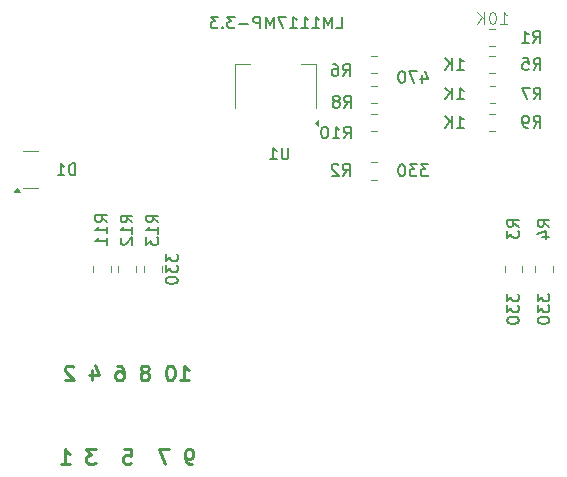
<source format=gbr>
%TF.GenerationSoftware,KiCad,Pcbnew,8.0.4*%
%TF.CreationDate,2024-09-08T16:06:36+02:00*%
%TF.ProjectId,pc1715-esp32vga,70633137-3135-42d6-9573-703332766761,2*%
%TF.SameCoordinates,Original*%
%TF.FileFunction,Legend,Bot*%
%TF.FilePolarity,Positive*%
%FSLAX46Y46*%
G04 Gerber Fmt 4.6, Leading zero omitted, Abs format (unit mm)*
G04 Created by KiCad (PCBNEW 8.0.4) date 2024-09-08 16:06:36*
%MOMM*%
%LPD*%
G01*
G04 APERTURE LIST*
%ADD10C,0.250000*%
%ADD11C,0.150000*%
%ADD12C,0.125000*%
%ADD13C,0.120000*%
G04 APERTURE END LIST*
D10*
X118583146Y-133334023D02*
X119297431Y-133334023D01*
X118940288Y-133334023D02*
X118940288Y-132084023D01*
X118940288Y-132084023D02*
X119059336Y-132262595D01*
X119059336Y-132262595D02*
X119178384Y-132381642D01*
X119178384Y-132381642D02*
X119297431Y-132441166D01*
X117809336Y-132084023D02*
X117690289Y-132084023D01*
X117690289Y-132084023D02*
X117571241Y-132143547D01*
X117571241Y-132143547D02*
X117511717Y-132203071D01*
X117511717Y-132203071D02*
X117452193Y-132322119D01*
X117452193Y-132322119D02*
X117392670Y-132560214D01*
X117392670Y-132560214D02*
X117392670Y-132857833D01*
X117392670Y-132857833D02*
X117452193Y-133095928D01*
X117452193Y-133095928D02*
X117511717Y-133214976D01*
X117511717Y-133214976D02*
X117571241Y-133274500D01*
X117571241Y-133274500D02*
X117690289Y-133334023D01*
X117690289Y-133334023D02*
X117809336Y-133334023D01*
X117809336Y-133334023D02*
X117928384Y-133274500D01*
X117928384Y-133274500D02*
X117987908Y-133214976D01*
X117987908Y-133214976D02*
X118047431Y-133095928D01*
X118047431Y-133095928D02*
X118106955Y-132857833D01*
X118106955Y-132857833D02*
X118106955Y-132560214D01*
X118106955Y-132560214D02*
X118047431Y-132322119D01*
X118047431Y-132322119D02*
X117987908Y-132203071D01*
X117987908Y-132203071D02*
X117928384Y-132143547D01*
X117928384Y-132143547D02*
X117809336Y-132084023D01*
X115726003Y-132619738D02*
X115845051Y-132560214D01*
X115845051Y-132560214D02*
X115904574Y-132500690D01*
X115904574Y-132500690D02*
X115964098Y-132381642D01*
X115964098Y-132381642D02*
X115964098Y-132322119D01*
X115964098Y-132322119D02*
X115904574Y-132203071D01*
X115904574Y-132203071D02*
X115845051Y-132143547D01*
X115845051Y-132143547D02*
X115726003Y-132084023D01*
X115726003Y-132084023D02*
X115487908Y-132084023D01*
X115487908Y-132084023D02*
X115368860Y-132143547D01*
X115368860Y-132143547D02*
X115309336Y-132203071D01*
X115309336Y-132203071D02*
X115249813Y-132322119D01*
X115249813Y-132322119D02*
X115249813Y-132381642D01*
X115249813Y-132381642D02*
X115309336Y-132500690D01*
X115309336Y-132500690D02*
X115368860Y-132560214D01*
X115368860Y-132560214D02*
X115487908Y-132619738D01*
X115487908Y-132619738D02*
X115726003Y-132619738D01*
X115726003Y-132619738D02*
X115845051Y-132679261D01*
X115845051Y-132679261D02*
X115904574Y-132738785D01*
X115904574Y-132738785D02*
X115964098Y-132857833D01*
X115964098Y-132857833D02*
X115964098Y-133095928D01*
X115964098Y-133095928D02*
X115904574Y-133214976D01*
X115904574Y-133214976D02*
X115845051Y-133274500D01*
X115845051Y-133274500D02*
X115726003Y-133334023D01*
X115726003Y-133334023D02*
X115487908Y-133334023D01*
X115487908Y-133334023D02*
X115368860Y-133274500D01*
X115368860Y-133274500D02*
X115309336Y-133214976D01*
X115309336Y-133214976D02*
X115249813Y-133095928D01*
X115249813Y-133095928D02*
X115249813Y-132857833D01*
X115249813Y-132857833D02*
X115309336Y-132738785D01*
X115309336Y-132738785D02*
X115368860Y-132679261D01*
X115368860Y-132679261D02*
X115487908Y-132619738D01*
X113226003Y-132084023D02*
X113464098Y-132084023D01*
X113464098Y-132084023D02*
X113583146Y-132143547D01*
X113583146Y-132143547D02*
X113642670Y-132203071D01*
X113642670Y-132203071D02*
X113761717Y-132381642D01*
X113761717Y-132381642D02*
X113821241Y-132619738D01*
X113821241Y-132619738D02*
X113821241Y-133095928D01*
X113821241Y-133095928D02*
X113761717Y-133214976D01*
X113761717Y-133214976D02*
X113702194Y-133274500D01*
X113702194Y-133274500D02*
X113583146Y-133334023D01*
X113583146Y-133334023D02*
X113345051Y-133334023D01*
X113345051Y-133334023D02*
X113226003Y-133274500D01*
X113226003Y-133274500D02*
X113166479Y-133214976D01*
X113166479Y-133214976D02*
X113106956Y-133095928D01*
X113106956Y-133095928D02*
X113106956Y-132798309D01*
X113106956Y-132798309D02*
X113166479Y-132679261D01*
X113166479Y-132679261D02*
X113226003Y-132619738D01*
X113226003Y-132619738D02*
X113345051Y-132560214D01*
X113345051Y-132560214D02*
X113583146Y-132560214D01*
X113583146Y-132560214D02*
X113702194Y-132619738D01*
X113702194Y-132619738D02*
X113761717Y-132679261D01*
X113761717Y-132679261D02*
X113821241Y-132798309D01*
X111083146Y-132500690D02*
X111083146Y-133334023D01*
X111380765Y-132024500D02*
X111678384Y-132917357D01*
X111678384Y-132917357D02*
X110904575Y-132917357D01*
X109535527Y-132203071D02*
X109476003Y-132143547D01*
X109476003Y-132143547D02*
X109356956Y-132084023D01*
X109356956Y-132084023D02*
X109059337Y-132084023D01*
X109059337Y-132084023D02*
X108940289Y-132143547D01*
X108940289Y-132143547D02*
X108880765Y-132203071D01*
X108880765Y-132203071D02*
X108821242Y-132322119D01*
X108821242Y-132322119D02*
X108821242Y-132441166D01*
X108821242Y-132441166D02*
X108880765Y-132619738D01*
X108880765Y-132619738D02*
X109595051Y-133334023D01*
X109595051Y-133334023D02*
X108821242Y-133334023D01*
X119578384Y-140434023D02*
X119340288Y-140434023D01*
X119340288Y-140434023D02*
X119221241Y-140374500D01*
X119221241Y-140374500D02*
X119161717Y-140314976D01*
X119161717Y-140314976D02*
X119042669Y-140136404D01*
X119042669Y-140136404D02*
X118983146Y-139898309D01*
X118983146Y-139898309D02*
X118983146Y-139422119D01*
X118983146Y-139422119D02*
X119042669Y-139303071D01*
X119042669Y-139303071D02*
X119102193Y-139243547D01*
X119102193Y-139243547D02*
X119221241Y-139184023D01*
X119221241Y-139184023D02*
X119459336Y-139184023D01*
X119459336Y-139184023D02*
X119578384Y-139243547D01*
X119578384Y-139243547D02*
X119637907Y-139303071D01*
X119637907Y-139303071D02*
X119697431Y-139422119D01*
X119697431Y-139422119D02*
X119697431Y-139719738D01*
X119697431Y-139719738D02*
X119637907Y-139838785D01*
X119637907Y-139838785D02*
X119578384Y-139898309D01*
X119578384Y-139898309D02*
X119459336Y-139957833D01*
X119459336Y-139957833D02*
X119221241Y-139957833D01*
X119221241Y-139957833D02*
X119102193Y-139898309D01*
X119102193Y-139898309D02*
X119042669Y-139838785D01*
X119042669Y-139838785D02*
X118983146Y-139719738D01*
X117614098Y-139184023D02*
X116780765Y-139184023D01*
X116780765Y-139184023D02*
X117316479Y-140434023D01*
X113804574Y-139184023D02*
X114399812Y-139184023D01*
X114399812Y-139184023D02*
X114459336Y-139779261D01*
X114459336Y-139779261D02*
X114399812Y-139719738D01*
X114399812Y-139719738D02*
X114280765Y-139660214D01*
X114280765Y-139660214D02*
X113983146Y-139660214D01*
X113983146Y-139660214D02*
X113864098Y-139719738D01*
X113864098Y-139719738D02*
X113804574Y-139779261D01*
X113804574Y-139779261D02*
X113745051Y-139898309D01*
X113745051Y-139898309D02*
X113745051Y-140195928D01*
X113745051Y-140195928D02*
X113804574Y-140314976D01*
X113804574Y-140314976D02*
X113864098Y-140374500D01*
X113864098Y-140374500D02*
X113983146Y-140434023D01*
X113983146Y-140434023D02*
X114280765Y-140434023D01*
X114280765Y-140434023D02*
X114399812Y-140374500D01*
X114399812Y-140374500D02*
X114459336Y-140314976D01*
X111423622Y-139184023D02*
X110649813Y-139184023D01*
X110649813Y-139184023D02*
X111066479Y-139660214D01*
X111066479Y-139660214D02*
X110887908Y-139660214D01*
X110887908Y-139660214D02*
X110768860Y-139719738D01*
X110768860Y-139719738D02*
X110709336Y-139779261D01*
X110709336Y-139779261D02*
X110649813Y-139898309D01*
X110649813Y-139898309D02*
X110649813Y-140195928D01*
X110649813Y-140195928D02*
X110709336Y-140314976D01*
X110709336Y-140314976D02*
X110768860Y-140374500D01*
X110768860Y-140374500D02*
X110887908Y-140434023D01*
X110887908Y-140434023D02*
X111245051Y-140434023D01*
X111245051Y-140434023D02*
X111364098Y-140374500D01*
X111364098Y-140374500D02*
X111423622Y-140314976D01*
X108506956Y-140434023D02*
X109221241Y-140434023D01*
X108864098Y-140434023D02*
X108864098Y-139184023D01*
X108864098Y-139184023D02*
X108983146Y-139362595D01*
X108983146Y-139362595D02*
X109102194Y-139481642D01*
X109102194Y-139481642D02*
X109221241Y-139541166D01*
D11*
X132466666Y-110254819D02*
X132799999Y-109778628D01*
X133038094Y-110254819D02*
X133038094Y-109254819D01*
X133038094Y-109254819D02*
X132657142Y-109254819D01*
X132657142Y-109254819D02*
X132561904Y-109302438D01*
X132561904Y-109302438D02*
X132514285Y-109350057D01*
X132514285Y-109350057D02*
X132466666Y-109445295D01*
X132466666Y-109445295D02*
X132466666Y-109588152D01*
X132466666Y-109588152D02*
X132514285Y-109683390D01*
X132514285Y-109683390D02*
X132561904Y-109731009D01*
X132561904Y-109731009D02*
X132657142Y-109778628D01*
X132657142Y-109778628D02*
X133038094Y-109778628D01*
X131895237Y-109683390D02*
X131990475Y-109635771D01*
X131990475Y-109635771D02*
X132038094Y-109588152D01*
X132038094Y-109588152D02*
X132085713Y-109492914D01*
X132085713Y-109492914D02*
X132085713Y-109445295D01*
X132085713Y-109445295D02*
X132038094Y-109350057D01*
X132038094Y-109350057D02*
X131990475Y-109302438D01*
X131990475Y-109302438D02*
X131895237Y-109254819D01*
X131895237Y-109254819D02*
X131704761Y-109254819D01*
X131704761Y-109254819D02*
X131609523Y-109302438D01*
X131609523Y-109302438D02*
X131561904Y-109350057D01*
X131561904Y-109350057D02*
X131514285Y-109445295D01*
X131514285Y-109445295D02*
X131514285Y-109492914D01*
X131514285Y-109492914D02*
X131561904Y-109588152D01*
X131561904Y-109588152D02*
X131609523Y-109635771D01*
X131609523Y-109635771D02*
X131704761Y-109683390D01*
X131704761Y-109683390D02*
X131895237Y-109683390D01*
X131895237Y-109683390D02*
X131990475Y-109731009D01*
X131990475Y-109731009D02*
X132038094Y-109778628D01*
X132038094Y-109778628D02*
X132085713Y-109873866D01*
X132085713Y-109873866D02*
X132085713Y-110064342D01*
X132085713Y-110064342D02*
X132038094Y-110159580D01*
X132038094Y-110159580D02*
X131990475Y-110207200D01*
X131990475Y-110207200D02*
X131895237Y-110254819D01*
X131895237Y-110254819D02*
X131704761Y-110254819D01*
X131704761Y-110254819D02*
X131609523Y-110207200D01*
X131609523Y-110207200D02*
X131561904Y-110159580D01*
X131561904Y-110159580D02*
X131514285Y-110064342D01*
X131514285Y-110064342D02*
X131514285Y-109873866D01*
X131514285Y-109873866D02*
X131561904Y-109778628D01*
X131561904Y-109778628D02*
X131609523Y-109731009D01*
X131609523Y-109731009D02*
X131704761Y-109683390D01*
X132366666Y-107554819D02*
X132699999Y-107078628D01*
X132938094Y-107554819D02*
X132938094Y-106554819D01*
X132938094Y-106554819D02*
X132557142Y-106554819D01*
X132557142Y-106554819D02*
X132461904Y-106602438D01*
X132461904Y-106602438D02*
X132414285Y-106650057D01*
X132414285Y-106650057D02*
X132366666Y-106745295D01*
X132366666Y-106745295D02*
X132366666Y-106888152D01*
X132366666Y-106888152D02*
X132414285Y-106983390D01*
X132414285Y-106983390D02*
X132461904Y-107031009D01*
X132461904Y-107031009D02*
X132557142Y-107078628D01*
X132557142Y-107078628D02*
X132938094Y-107078628D01*
X131509523Y-106554819D02*
X131699999Y-106554819D01*
X131699999Y-106554819D02*
X131795237Y-106602438D01*
X131795237Y-106602438D02*
X131842856Y-106650057D01*
X131842856Y-106650057D02*
X131938094Y-106792914D01*
X131938094Y-106792914D02*
X131985713Y-106983390D01*
X131985713Y-106983390D02*
X131985713Y-107364342D01*
X131985713Y-107364342D02*
X131938094Y-107459580D01*
X131938094Y-107459580D02*
X131890475Y-107507200D01*
X131890475Y-107507200D02*
X131795237Y-107554819D01*
X131795237Y-107554819D02*
X131604761Y-107554819D01*
X131604761Y-107554819D02*
X131509523Y-107507200D01*
X131509523Y-107507200D02*
X131461904Y-107459580D01*
X131461904Y-107459580D02*
X131414285Y-107364342D01*
X131414285Y-107364342D02*
X131414285Y-107126247D01*
X131414285Y-107126247D02*
X131461904Y-107031009D01*
X131461904Y-107031009D02*
X131509523Y-106983390D01*
X131509523Y-106983390D02*
X131604761Y-106935771D01*
X131604761Y-106935771D02*
X131795237Y-106935771D01*
X131795237Y-106935771D02*
X131890475Y-106983390D01*
X131890475Y-106983390D02*
X131938094Y-107031009D01*
X131938094Y-107031009D02*
X131985713Y-107126247D01*
X148466666Y-104754819D02*
X148799999Y-104278628D01*
X149038094Y-104754819D02*
X149038094Y-103754819D01*
X149038094Y-103754819D02*
X148657142Y-103754819D01*
X148657142Y-103754819D02*
X148561904Y-103802438D01*
X148561904Y-103802438D02*
X148514285Y-103850057D01*
X148514285Y-103850057D02*
X148466666Y-103945295D01*
X148466666Y-103945295D02*
X148466666Y-104088152D01*
X148466666Y-104088152D02*
X148514285Y-104183390D01*
X148514285Y-104183390D02*
X148561904Y-104231009D01*
X148561904Y-104231009D02*
X148657142Y-104278628D01*
X148657142Y-104278628D02*
X149038094Y-104278628D01*
X147514285Y-104754819D02*
X148085713Y-104754819D01*
X147799999Y-104754819D02*
X147799999Y-103754819D01*
X147799999Y-103754819D02*
X147895237Y-103897676D01*
X147895237Y-103897676D02*
X147990475Y-103992914D01*
X147990475Y-103992914D02*
X148085713Y-104040533D01*
D12*
X145690476Y-103156119D02*
X146261904Y-103156119D01*
X145976190Y-103156119D02*
X145976190Y-102156119D01*
X145976190Y-102156119D02*
X146071428Y-102298976D01*
X146071428Y-102298976D02*
X146166666Y-102394214D01*
X146166666Y-102394214D02*
X146261904Y-102441833D01*
X145071428Y-102156119D02*
X144976190Y-102156119D01*
X144976190Y-102156119D02*
X144880952Y-102203738D01*
X144880952Y-102203738D02*
X144833333Y-102251357D01*
X144833333Y-102251357D02*
X144785714Y-102346595D01*
X144785714Y-102346595D02*
X144738095Y-102537071D01*
X144738095Y-102537071D02*
X144738095Y-102775166D01*
X144738095Y-102775166D02*
X144785714Y-102965642D01*
X144785714Y-102965642D02*
X144833333Y-103060880D01*
X144833333Y-103060880D02*
X144880952Y-103108500D01*
X144880952Y-103108500D02*
X144976190Y-103156119D01*
X144976190Y-103156119D02*
X145071428Y-103156119D01*
X145071428Y-103156119D02*
X145166666Y-103108500D01*
X145166666Y-103108500D02*
X145214285Y-103060880D01*
X145214285Y-103060880D02*
X145261904Y-102965642D01*
X145261904Y-102965642D02*
X145309523Y-102775166D01*
X145309523Y-102775166D02*
X145309523Y-102537071D01*
X145309523Y-102537071D02*
X145261904Y-102346595D01*
X145261904Y-102346595D02*
X145214285Y-102251357D01*
X145214285Y-102251357D02*
X145166666Y-102203738D01*
X145166666Y-102203738D02*
X145071428Y-102156119D01*
X144309523Y-103156119D02*
X144309523Y-102156119D01*
X143738095Y-103156119D02*
X144166666Y-102584690D01*
X143738095Y-102156119D02*
X144309523Y-102727547D01*
D11*
X148506666Y-111944819D02*
X148839999Y-111468628D01*
X149078094Y-111944819D02*
X149078094Y-110944819D01*
X149078094Y-110944819D02*
X148697142Y-110944819D01*
X148697142Y-110944819D02*
X148601904Y-110992438D01*
X148601904Y-110992438D02*
X148554285Y-111040057D01*
X148554285Y-111040057D02*
X148506666Y-111135295D01*
X148506666Y-111135295D02*
X148506666Y-111278152D01*
X148506666Y-111278152D02*
X148554285Y-111373390D01*
X148554285Y-111373390D02*
X148601904Y-111421009D01*
X148601904Y-111421009D02*
X148697142Y-111468628D01*
X148697142Y-111468628D02*
X149078094Y-111468628D01*
X148030475Y-111944819D02*
X147839999Y-111944819D01*
X147839999Y-111944819D02*
X147744761Y-111897200D01*
X147744761Y-111897200D02*
X147697142Y-111849580D01*
X147697142Y-111849580D02*
X147601904Y-111706723D01*
X147601904Y-111706723D02*
X147554285Y-111516247D01*
X147554285Y-111516247D02*
X147554285Y-111135295D01*
X147554285Y-111135295D02*
X147601904Y-111040057D01*
X147601904Y-111040057D02*
X147649523Y-110992438D01*
X147649523Y-110992438D02*
X147744761Y-110944819D01*
X147744761Y-110944819D02*
X147935237Y-110944819D01*
X147935237Y-110944819D02*
X148030475Y-110992438D01*
X148030475Y-110992438D02*
X148078094Y-111040057D01*
X148078094Y-111040057D02*
X148125713Y-111135295D01*
X148125713Y-111135295D02*
X148125713Y-111373390D01*
X148125713Y-111373390D02*
X148078094Y-111468628D01*
X148078094Y-111468628D02*
X148030475Y-111516247D01*
X148030475Y-111516247D02*
X147935237Y-111563866D01*
X147935237Y-111563866D02*
X147744761Y-111563866D01*
X147744761Y-111563866D02*
X147649523Y-111516247D01*
X147649523Y-111516247D02*
X147601904Y-111468628D01*
X147601904Y-111468628D02*
X147554285Y-111373390D01*
X142014285Y-111954819D02*
X142585713Y-111954819D01*
X142299999Y-111954819D02*
X142299999Y-110954819D01*
X142299999Y-110954819D02*
X142395237Y-111097676D01*
X142395237Y-111097676D02*
X142490475Y-111192914D01*
X142490475Y-111192914D02*
X142585713Y-111240533D01*
X141585713Y-111954819D02*
X141585713Y-110954819D01*
X141014285Y-111954819D02*
X141442856Y-111383390D01*
X141014285Y-110954819D02*
X141585713Y-111526247D01*
X116728819Y-119953142D02*
X116252628Y-119619809D01*
X116728819Y-119381714D02*
X115728819Y-119381714D01*
X115728819Y-119381714D02*
X115728819Y-119762666D01*
X115728819Y-119762666D02*
X115776438Y-119857904D01*
X115776438Y-119857904D02*
X115824057Y-119905523D01*
X115824057Y-119905523D02*
X115919295Y-119953142D01*
X115919295Y-119953142D02*
X116062152Y-119953142D01*
X116062152Y-119953142D02*
X116157390Y-119905523D01*
X116157390Y-119905523D02*
X116205009Y-119857904D01*
X116205009Y-119857904D02*
X116252628Y-119762666D01*
X116252628Y-119762666D02*
X116252628Y-119381714D01*
X116728819Y-120905523D02*
X116728819Y-120334095D01*
X116728819Y-120619809D02*
X115728819Y-120619809D01*
X115728819Y-120619809D02*
X115871676Y-120524571D01*
X115871676Y-120524571D02*
X115966914Y-120429333D01*
X115966914Y-120429333D02*
X116014533Y-120334095D01*
X115728819Y-121238857D02*
X115728819Y-121857904D01*
X115728819Y-121857904D02*
X116109771Y-121524571D01*
X116109771Y-121524571D02*
X116109771Y-121667428D01*
X116109771Y-121667428D02*
X116157390Y-121762666D01*
X116157390Y-121762666D02*
X116205009Y-121810285D01*
X116205009Y-121810285D02*
X116300247Y-121857904D01*
X116300247Y-121857904D02*
X116538342Y-121857904D01*
X116538342Y-121857904D02*
X116633580Y-121810285D01*
X116633580Y-121810285D02*
X116681200Y-121762666D01*
X116681200Y-121762666D02*
X116728819Y-121667428D01*
X116728819Y-121667428D02*
X116728819Y-121381714D01*
X116728819Y-121381714D02*
X116681200Y-121286476D01*
X116681200Y-121286476D02*
X116633580Y-121238857D01*
X117378819Y-122628286D02*
X117378819Y-123247333D01*
X117378819Y-123247333D02*
X117759771Y-122914000D01*
X117759771Y-122914000D02*
X117759771Y-123056857D01*
X117759771Y-123056857D02*
X117807390Y-123152095D01*
X117807390Y-123152095D02*
X117855009Y-123199714D01*
X117855009Y-123199714D02*
X117950247Y-123247333D01*
X117950247Y-123247333D02*
X118188342Y-123247333D01*
X118188342Y-123247333D02*
X118283580Y-123199714D01*
X118283580Y-123199714D02*
X118331200Y-123152095D01*
X118331200Y-123152095D02*
X118378819Y-123056857D01*
X118378819Y-123056857D02*
X118378819Y-122771143D01*
X118378819Y-122771143D02*
X118331200Y-122675905D01*
X118331200Y-122675905D02*
X118283580Y-122628286D01*
X117378819Y-123580667D02*
X117378819Y-124199714D01*
X117378819Y-124199714D02*
X117759771Y-123866381D01*
X117759771Y-123866381D02*
X117759771Y-124009238D01*
X117759771Y-124009238D02*
X117807390Y-124104476D01*
X117807390Y-124104476D02*
X117855009Y-124152095D01*
X117855009Y-124152095D02*
X117950247Y-124199714D01*
X117950247Y-124199714D02*
X118188342Y-124199714D01*
X118188342Y-124199714D02*
X118283580Y-124152095D01*
X118283580Y-124152095D02*
X118331200Y-124104476D01*
X118331200Y-124104476D02*
X118378819Y-124009238D01*
X118378819Y-124009238D02*
X118378819Y-123723524D01*
X118378819Y-123723524D02*
X118331200Y-123628286D01*
X118331200Y-123628286D02*
X118283580Y-123580667D01*
X117378819Y-124818762D02*
X117378819Y-124914000D01*
X117378819Y-124914000D02*
X117426438Y-125009238D01*
X117426438Y-125009238D02*
X117474057Y-125056857D01*
X117474057Y-125056857D02*
X117569295Y-125104476D01*
X117569295Y-125104476D02*
X117759771Y-125152095D01*
X117759771Y-125152095D02*
X117997866Y-125152095D01*
X117997866Y-125152095D02*
X118188342Y-125104476D01*
X118188342Y-125104476D02*
X118283580Y-125056857D01*
X118283580Y-125056857D02*
X118331200Y-125009238D01*
X118331200Y-125009238D02*
X118378819Y-124914000D01*
X118378819Y-124914000D02*
X118378819Y-124818762D01*
X118378819Y-124818762D02*
X118331200Y-124723524D01*
X118331200Y-124723524D02*
X118283580Y-124675905D01*
X118283580Y-124675905D02*
X118188342Y-124628286D01*
X118188342Y-124628286D02*
X117997866Y-124580667D01*
X117997866Y-124580667D02*
X117759771Y-124580667D01*
X117759771Y-124580667D02*
X117569295Y-124628286D01*
X117569295Y-124628286D02*
X117474057Y-124675905D01*
X117474057Y-124675905D02*
X117426438Y-124723524D01*
X117426438Y-124723524D02*
X117378819Y-124818762D01*
X127748403Y-113626318D02*
X127748403Y-114435841D01*
X127748403Y-114435841D02*
X127700784Y-114531079D01*
X127700784Y-114531079D02*
X127653165Y-114578699D01*
X127653165Y-114578699D02*
X127557927Y-114626318D01*
X127557927Y-114626318D02*
X127367451Y-114626318D01*
X127367451Y-114626318D02*
X127272213Y-114578699D01*
X127272213Y-114578699D02*
X127224594Y-114531079D01*
X127224594Y-114531079D02*
X127176975Y-114435841D01*
X127176975Y-114435841D02*
X127176975Y-113626318D01*
X126176975Y-114626318D02*
X126748403Y-114626318D01*
X126462689Y-114626318D02*
X126462689Y-113626318D01*
X126462689Y-113626318D02*
X126557927Y-113769175D01*
X126557927Y-113769175D02*
X126653165Y-113864413D01*
X126653165Y-113864413D02*
X126748403Y-113912032D01*
X131780118Y-103546319D02*
X132256308Y-103546319D01*
X132256308Y-103546319D02*
X132256308Y-102546319D01*
X131446784Y-103546319D02*
X131446784Y-102546319D01*
X131446784Y-102546319D02*
X131113451Y-103260604D01*
X131113451Y-103260604D02*
X130780118Y-102546319D01*
X130780118Y-102546319D02*
X130780118Y-103546319D01*
X129780118Y-103546319D02*
X130351546Y-103546319D01*
X130065832Y-103546319D02*
X130065832Y-102546319D01*
X130065832Y-102546319D02*
X130161070Y-102689176D01*
X130161070Y-102689176D02*
X130256308Y-102784414D01*
X130256308Y-102784414D02*
X130351546Y-102832033D01*
X128827737Y-103546319D02*
X129399165Y-103546319D01*
X129113451Y-103546319D02*
X129113451Y-102546319D01*
X129113451Y-102546319D02*
X129208689Y-102689176D01*
X129208689Y-102689176D02*
X129303927Y-102784414D01*
X129303927Y-102784414D02*
X129399165Y-102832033D01*
X127875356Y-103546319D02*
X128446784Y-103546319D01*
X128161070Y-103546319D02*
X128161070Y-102546319D01*
X128161070Y-102546319D02*
X128256308Y-102689176D01*
X128256308Y-102689176D02*
X128351546Y-102784414D01*
X128351546Y-102784414D02*
X128446784Y-102832033D01*
X127542022Y-102546319D02*
X126875356Y-102546319D01*
X126875356Y-102546319D02*
X127303927Y-103546319D01*
X126494403Y-103546319D02*
X126494403Y-102546319D01*
X126494403Y-102546319D02*
X126161070Y-103260604D01*
X126161070Y-103260604D02*
X125827737Y-102546319D01*
X125827737Y-102546319D02*
X125827737Y-103546319D01*
X125351546Y-103546319D02*
X125351546Y-102546319D01*
X125351546Y-102546319D02*
X124970594Y-102546319D01*
X124970594Y-102546319D02*
X124875356Y-102593938D01*
X124875356Y-102593938D02*
X124827737Y-102641557D01*
X124827737Y-102641557D02*
X124780118Y-102736795D01*
X124780118Y-102736795D02*
X124780118Y-102879652D01*
X124780118Y-102879652D02*
X124827737Y-102974890D01*
X124827737Y-102974890D02*
X124875356Y-103022509D01*
X124875356Y-103022509D02*
X124970594Y-103070128D01*
X124970594Y-103070128D02*
X125351546Y-103070128D01*
X124351546Y-103165366D02*
X123589642Y-103165366D01*
X123208689Y-102546319D02*
X122589642Y-102546319D01*
X122589642Y-102546319D02*
X122922975Y-102927271D01*
X122922975Y-102927271D02*
X122780118Y-102927271D01*
X122780118Y-102927271D02*
X122684880Y-102974890D01*
X122684880Y-102974890D02*
X122637261Y-103022509D01*
X122637261Y-103022509D02*
X122589642Y-103117747D01*
X122589642Y-103117747D02*
X122589642Y-103355842D01*
X122589642Y-103355842D02*
X122637261Y-103451080D01*
X122637261Y-103451080D02*
X122684880Y-103498700D01*
X122684880Y-103498700D02*
X122780118Y-103546319D01*
X122780118Y-103546319D02*
X123065832Y-103546319D01*
X123065832Y-103546319D02*
X123161070Y-103498700D01*
X123161070Y-103498700D02*
X123208689Y-103451080D01*
X122161070Y-103451080D02*
X122113451Y-103498700D01*
X122113451Y-103498700D02*
X122161070Y-103546319D01*
X122161070Y-103546319D02*
X122208689Y-103498700D01*
X122208689Y-103498700D02*
X122161070Y-103451080D01*
X122161070Y-103451080D02*
X122161070Y-103546319D01*
X121780118Y-102546319D02*
X121161071Y-102546319D01*
X121161071Y-102546319D02*
X121494404Y-102927271D01*
X121494404Y-102927271D02*
X121351547Y-102927271D01*
X121351547Y-102927271D02*
X121256309Y-102974890D01*
X121256309Y-102974890D02*
X121208690Y-103022509D01*
X121208690Y-103022509D02*
X121161071Y-103117747D01*
X121161071Y-103117747D02*
X121161071Y-103355842D01*
X121161071Y-103355842D02*
X121208690Y-103451080D01*
X121208690Y-103451080D02*
X121256309Y-103498700D01*
X121256309Y-103498700D02*
X121351547Y-103546319D01*
X121351547Y-103546319D02*
X121637261Y-103546319D01*
X121637261Y-103546319D02*
X121732499Y-103498700D01*
X121732499Y-103498700D02*
X121780118Y-103451080D01*
X148516666Y-109554819D02*
X148849999Y-109078628D01*
X149088094Y-109554819D02*
X149088094Y-108554819D01*
X149088094Y-108554819D02*
X148707142Y-108554819D01*
X148707142Y-108554819D02*
X148611904Y-108602438D01*
X148611904Y-108602438D02*
X148564285Y-108650057D01*
X148564285Y-108650057D02*
X148516666Y-108745295D01*
X148516666Y-108745295D02*
X148516666Y-108888152D01*
X148516666Y-108888152D02*
X148564285Y-108983390D01*
X148564285Y-108983390D02*
X148611904Y-109031009D01*
X148611904Y-109031009D02*
X148707142Y-109078628D01*
X148707142Y-109078628D02*
X149088094Y-109078628D01*
X148183332Y-108554819D02*
X147516666Y-108554819D01*
X147516666Y-108554819D02*
X147945237Y-109554819D01*
X142014285Y-109554819D02*
X142585713Y-109554819D01*
X142299999Y-109554819D02*
X142299999Y-108554819D01*
X142299999Y-108554819D02*
X142395237Y-108697676D01*
X142395237Y-108697676D02*
X142490475Y-108792914D01*
X142490475Y-108792914D02*
X142585713Y-108840533D01*
X141585713Y-109554819D02*
X141585713Y-108554819D01*
X141014285Y-109554819D02*
X141442856Y-108983390D01*
X141014285Y-108554819D02*
X141585713Y-109126247D01*
X148506666Y-107044819D02*
X148839999Y-106568628D01*
X149078094Y-107044819D02*
X149078094Y-106044819D01*
X149078094Y-106044819D02*
X148697142Y-106044819D01*
X148697142Y-106044819D02*
X148601904Y-106092438D01*
X148601904Y-106092438D02*
X148554285Y-106140057D01*
X148554285Y-106140057D02*
X148506666Y-106235295D01*
X148506666Y-106235295D02*
X148506666Y-106378152D01*
X148506666Y-106378152D02*
X148554285Y-106473390D01*
X148554285Y-106473390D02*
X148601904Y-106521009D01*
X148601904Y-106521009D02*
X148697142Y-106568628D01*
X148697142Y-106568628D02*
X149078094Y-106568628D01*
X147601904Y-106044819D02*
X148078094Y-106044819D01*
X148078094Y-106044819D02*
X148125713Y-106521009D01*
X148125713Y-106521009D02*
X148078094Y-106473390D01*
X148078094Y-106473390D02*
X147982856Y-106425771D01*
X147982856Y-106425771D02*
X147744761Y-106425771D01*
X147744761Y-106425771D02*
X147649523Y-106473390D01*
X147649523Y-106473390D02*
X147601904Y-106521009D01*
X147601904Y-106521009D02*
X147554285Y-106616247D01*
X147554285Y-106616247D02*
X147554285Y-106854342D01*
X147554285Y-106854342D02*
X147601904Y-106949580D01*
X147601904Y-106949580D02*
X147649523Y-106997200D01*
X147649523Y-106997200D02*
X147744761Y-107044819D01*
X147744761Y-107044819D02*
X147982856Y-107044819D01*
X147982856Y-107044819D02*
X148078094Y-106997200D01*
X148078094Y-106997200D02*
X148125713Y-106949580D01*
X142014285Y-107054819D02*
X142585713Y-107054819D01*
X142299999Y-107054819D02*
X142299999Y-106054819D01*
X142299999Y-106054819D02*
X142395237Y-106197676D01*
X142395237Y-106197676D02*
X142490475Y-106292914D01*
X142490475Y-106292914D02*
X142585713Y-106340533D01*
X141585713Y-107054819D02*
X141585713Y-106054819D01*
X141014285Y-107054819D02*
X141442856Y-106483390D01*
X141014285Y-106054819D02*
X141585713Y-106626247D01*
X114540819Y-119953142D02*
X114064628Y-119619809D01*
X114540819Y-119381714D02*
X113540819Y-119381714D01*
X113540819Y-119381714D02*
X113540819Y-119762666D01*
X113540819Y-119762666D02*
X113588438Y-119857904D01*
X113588438Y-119857904D02*
X113636057Y-119905523D01*
X113636057Y-119905523D02*
X113731295Y-119953142D01*
X113731295Y-119953142D02*
X113874152Y-119953142D01*
X113874152Y-119953142D02*
X113969390Y-119905523D01*
X113969390Y-119905523D02*
X114017009Y-119857904D01*
X114017009Y-119857904D02*
X114064628Y-119762666D01*
X114064628Y-119762666D02*
X114064628Y-119381714D01*
X114540819Y-120905523D02*
X114540819Y-120334095D01*
X114540819Y-120619809D02*
X113540819Y-120619809D01*
X113540819Y-120619809D02*
X113683676Y-120524571D01*
X113683676Y-120524571D02*
X113778914Y-120429333D01*
X113778914Y-120429333D02*
X113826533Y-120334095D01*
X113636057Y-121286476D02*
X113588438Y-121334095D01*
X113588438Y-121334095D02*
X113540819Y-121429333D01*
X113540819Y-121429333D02*
X113540819Y-121667428D01*
X113540819Y-121667428D02*
X113588438Y-121762666D01*
X113588438Y-121762666D02*
X113636057Y-121810285D01*
X113636057Y-121810285D02*
X113731295Y-121857904D01*
X113731295Y-121857904D02*
X113826533Y-121857904D01*
X113826533Y-121857904D02*
X113969390Y-121810285D01*
X113969390Y-121810285D02*
X114540819Y-121238857D01*
X114540819Y-121238857D02*
X114540819Y-121857904D01*
X149854819Y-120333333D02*
X149378628Y-120000000D01*
X149854819Y-119761905D02*
X148854819Y-119761905D01*
X148854819Y-119761905D02*
X148854819Y-120142857D01*
X148854819Y-120142857D02*
X148902438Y-120238095D01*
X148902438Y-120238095D02*
X148950057Y-120285714D01*
X148950057Y-120285714D02*
X149045295Y-120333333D01*
X149045295Y-120333333D02*
X149188152Y-120333333D01*
X149188152Y-120333333D02*
X149283390Y-120285714D01*
X149283390Y-120285714D02*
X149331009Y-120238095D01*
X149331009Y-120238095D02*
X149378628Y-120142857D01*
X149378628Y-120142857D02*
X149378628Y-119761905D01*
X149188152Y-121190476D02*
X149854819Y-121190476D01*
X148807200Y-120952381D02*
X149521485Y-120714286D01*
X149521485Y-120714286D02*
X149521485Y-121333333D01*
X148854819Y-126014286D02*
X148854819Y-126633333D01*
X148854819Y-126633333D02*
X149235771Y-126300000D01*
X149235771Y-126300000D02*
X149235771Y-126442857D01*
X149235771Y-126442857D02*
X149283390Y-126538095D01*
X149283390Y-126538095D02*
X149331009Y-126585714D01*
X149331009Y-126585714D02*
X149426247Y-126633333D01*
X149426247Y-126633333D02*
X149664342Y-126633333D01*
X149664342Y-126633333D02*
X149759580Y-126585714D01*
X149759580Y-126585714D02*
X149807200Y-126538095D01*
X149807200Y-126538095D02*
X149854819Y-126442857D01*
X149854819Y-126442857D02*
X149854819Y-126157143D01*
X149854819Y-126157143D02*
X149807200Y-126061905D01*
X149807200Y-126061905D02*
X149759580Y-126014286D01*
X148854819Y-126966667D02*
X148854819Y-127585714D01*
X148854819Y-127585714D02*
X149235771Y-127252381D01*
X149235771Y-127252381D02*
X149235771Y-127395238D01*
X149235771Y-127395238D02*
X149283390Y-127490476D01*
X149283390Y-127490476D02*
X149331009Y-127538095D01*
X149331009Y-127538095D02*
X149426247Y-127585714D01*
X149426247Y-127585714D02*
X149664342Y-127585714D01*
X149664342Y-127585714D02*
X149759580Y-127538095D01*
X149759580Y-127538095D02*
X149807200Y-127490476D01*
X149807200Y-127490476D02*
X149854819Y-127395238D01*
X149854819Y-127395238D02*
X149854819Y-127109524D01*
X149854819Y-127109524D02*
X149807200Y-127014286D01*
X149807200Y-127014286D02*
X149759580Y-126966667D01*
X148854819Y-128204762D02*
X148854819Y-128300000D01*
X148854819Y-128300000D02*
X148902438Y-128395238D01*
X148902438Y-128395238D02*
X148950057Y-128442857D01*
X148950057Y-128442857D02*
X149045295Y-128490476D01*
X149045295Y-128490476D02*
X149235771Y-128538095D01*
X149235771Y-128538095D02*
X149473866Y-128538095D01*
X149473866Y-128538095D02*
X149664342Y-128490476D01*
X149664342Y-128490476D02*
X149759580Y-128442857D01*
X149759580Y-128442857D02*
X149807200Y-128395238D01*
X149807200Y-128395238D02*
X149854819Y-128300000D01*
X149854819Y-128300000D02*
X149854819Y-128204762D01*
X149854819Y-128204762D02*
X149807200Y-128109524D01*
X149807200Y-128109524D02*
X149759580Y-128061905D01*
X149759580Y-128061905D02*
X149664342Y-128014286D01*
X149664342Y-128014286D02*
X149473866Y-127966667D01*
X149473866Y-127966667D02*
X149235771Y-127966667D01*
X149235771Y-127966667D02*
X149045295Y-128014286D01*
X149045295Y-128014286D02*
X148950057Y-128061905D01*
X148950057Y-128061905D02*
X148902438Y-128109524D01*
X148902438Y-128109524D02*
X148854819Y-128204762D01*
X147254819Y-120333333D02*
X146778628Y-120000000D01*
X147254819Y-119761905D02*
X146254819Y-119761905D01*
X146254819Y-119761905D02*
X146254819Y-120142857D01*
X146254819Y-120142857D02*
X146302438Y-120238095D01*
X146302438Y-120238095D02*
X146350057Y-120285714D01*
X146350057Y-120285714D02*
X146445295Y-120333333D01*
X146445295Y-120333333D02*
X146588152Y-120333333D01*
X146588152Y-120333333D02*
X146683390Y-120285714D01*
X146683390Y-120285714D02*
X146731009Y-120238095D01*
X146731009Y-120238095D02*
X146778628Y-120142857D01*
X146778628Y-120142857D02*
X146778628Y-119761905D01*
X146254819Y-120666667D02*
X146254819Y-121285714D01*
X146254819Y-121285714D02*
X146635771Y-120952381D01*
X146635771Y-120952381D02*
X146635771Y-121095238D01*
X146635771Y-121095238D02*
X146683390Y-121190476D01*
X146683390Y-121190476D02*
X146731009Y-121238095D01*
X146731009Y-121238095D02*
X146826247Y-121285714D01*
X146826247Y-121285714D02*
X147064342Y-121285714D01*
X147064342Y-121285714D02*
X147159580Y-121238095D01*
X147159580Y-121238095D02*
X147207200Y-121190476D01*
X147207200Y-121190476D02*
X147254819Y-121095238D01*
X147254819Y-121095238D02*
X147254819Y-120809524D01*
X147254819Y-120809524D02*
X147207200Y-120714286D01*
X147207200Y-120714286D02*
X147159580Y-120666667D01*
X146254819Y-126014286D02*
X146254819Y-126633333D01*
X146254819Y-126633333D02*
X146635771Y-126300000D01*
X146635771Y-126300000D02*
X146635771Y-126442857D01*
X146635771Y-126442857D02*
X146683390Y-126538095D01*
X146683390Y-126538095D02*
X146731009Y-126585714D01*
X146731009Y-126585714D02*
X146826247Y-126633333D01*
X146826247Y-126633333D02*
X147064342Y-126633333D01*
X147064342Y-126633333D02*
X147159580Y-126585714D01*
X147159580Y-126585714D02*
X147207200Y-126538095D01*
X147207200Y-126538095D02*
X147254819Y-126442857D01*
X147254819Y-126442857D02*
X147254819Y-126157143D01*
X147254819Y-126157143D02*
X147207200Y-126061905D01*
X147207200Y-126061905D02*
X147159580Y-126014286D01*
X146254819Y-126966667D02*
X146254819Y-127585714D01*
X146254819Y-127585714D02*
X146635771Y-127252381D01*
X146635771Y-127252381D02*
X146635771Y-127395238D01*
X146635771Y-127395238D02*
X146683390Y-127490476D01*
X146683390Y-127490476D02*
X146731009Y-127538095D01*
X146731009Y-127538095D02*
X146826247Y-127585714D01*
X146826247Y-127585714D02*
X147064342Y-127585714D01*
X147064342Y-127585714D02*
X147159580Y-127538095D01*
X147159580Y-127538095D02*
X147207200Y-127490476D01*
X147207200Y-127490476D02*
X147254819Y-127395238D01*
X147254819Y-127395238D02*
X147254819Y-127109524D01*
X147254819Y-127109524D02*
X147207200Y-127014286D01*
X147207200Y-127014286D02*
X147159580Y-126966667D01*
X146254819Y-128204762D02*
X146254819Y-128300000D01*
X146254819Y-128300000D02*
X146302438Y-128395238D01*
X146302438Y-128395238D02*
X146350057Y-128442857D01*
X146350057Y-128442857D02*
X146445295Y-128490476D01*
X146445295Y-128490476D02*
X146635771Y-128538095D01*
X146635771Y-128538095D02*
X146873866Y-128538095D01*
X146873866Y-128538095D02*
X147064342Y-128490476D01*
X147064342Y-128490476D02*
X147159580Y-128442857D01*
X147159580Y-128442857D02*
X147207200Y-128395238D01*
X147207200Y-128395238D02*
X147254819Y-128300000D01*
X147254819Y-128300000D02*
X147254819Y-128204762D01*
X147254819Y-128204762D02*
X147207200Y-128109524D01*
X147207200Y-128109524D02*
X147159580Y-128061905D01*
X147159580Y-128061905D02*
X147064342Y-128014286D01*
X147064342Y-128014286D02*
X146873866Y-127966667D01*
X146873866Y-127966667D02*
X146635771Y-127966667D01*
X146635771Y-127966667D02*
X146445295Y-128014286D01*
X146445295Y-128014286D02*
X146350057Y-128061905D01*
X146350057Y-128061905D02*
X146302438Y-128109524D01*
X146302438Y-128109524D02*
X146254819Y-128204762D01*
X132442857Y-112854819D02*
X132776190Y-112378628D01*
X133014285Y-112854819D02*
X133014285Y-111854819D01*
X133014285Y-111854819D02*
X132633333Y-111854819D01*
X132633333Y-111854819D02*
X132538095Y-111902438D01*
X132538095Y-111902438D02*
X132490476Y-111950057D01*
X132490476Y-111950057D02*
X132442857Y-112045295D01*
X132442857Y-112045295D02*
X132442857Y-112188152D01*
X132442857Y-112188152D02*
X132490476Y-112283390D01*
X132490476Y-112283390D02*
X132538095Y-112331009D01*
X132538095Y-112331009D02*
X132633333Y-112378628D01*
X132633333Y-112378628D02*
X133014285Y-112378628D01*
X131490476Y-112854819D02*
X132061904Y-112854819D01*
X131776190Y-112854819D02*
X131776190Y-111854819D01*
X131776190Y-111854819D02*
X131871428Y-111997676D01*
X131871428Y-111997676D02*
X131966666Y-112092914D01*
X131966666Y-112092914D02*
X132061904Y-112140533D01*
X130871428Y-111854819D02*
X130776190Y-111854819D01*
X130776190Y-111854819D02*
X130680952Y-111902438D01*
X130680952Y-111902438D02*
X130633333Y-111950057D01*
X130633333Y-111950057D02*
X130585714Y-112045295D01*
X130585714Y-112045295D02*
X130538095Y-112235771D01*
X130538095Y-112235771D02*
X130538095Y-112473866D01*
X130538095Y-112473866D02*
X130585714Y-112664342D01*
X130585714Y-112664342D02*
X130633333Y-112759580D01*
X130633333Y-112759580D02*
X130680952Y-112807200D01*
X130680952Y-112807200D02*
X130776190Y-112854819D01*
X130776190Y-112854819D02*
X130871428Y-112854819D01*
X130871428Y-112854819D02*
X130966666Y-112807200D01*
X130966666Y-112807200D02*
X131014285Y-112759580D01*
X131014285Y-112759580D02*
X131061904Y-112664342D01*
X131061904Y-112664342D02*
X131109523Y-112473866D01*
X131109523Y-112473866D02*
X131109523Y-112235771D01*
X131109523Y-112235771D02*
X131061904Y-112045295D01*
X131061904Y-112045295D02*
X131014285Y-111950057D01*
X131014285Y-111950057D02*
X130966666Y-111902438D01*
X130966666Y-111902438D02*
X130871428Y-111854819D01*
X139061904Y-107488152D02*
X139061904Y-108154819D01*
X139299999Y-107107200D02*
X139538094Y-107821485D01*
X139538094Y-107821485D02*
X138919047Y-107821485D01*
X138633332Y-107154819D02*
X137966666Y-107154819D01*
X137966666Y-107154819D02*
X138395237Y-108154819D01*
X137395237Y-107154819D02*
X137299999Y-107154819D01*
X137299999Y-107154819D02*
X137204761Y-107202438D01*
X137204761Y-107202438D02*
X137157142Y-107250057D01*
X137157142Y-107250057D02*
X137109523Y-107345295D01*
X137109523Y-107345295D02*
X137061904Y-107535771D01*
X137061904Y-107535771D02*
X137061904Y-107773866D01*
X137061904Y-107773866D02*
X137109523Y-107964342D01*
X137109523Y-107964342D02*
X137157142Y-108059580D01*
X137157142Y-108059580D02*
X137204761Y-108107200D01*
X137204761Y-108107200D02*
X137299999Y-108154819D01*
X137299999Y-108154819D02*
X137395237Y-108154819D01*
X137395237Y-108154819D02*
X137490475Y-108107200D01*
X137490475Y-108107200D02*
X137538094Y-108059580D01*
X137538094Y-108059580D02*
X137585713Y-107964342D01*
X137585713Y-107964342D02*
X137633332Y-107773866D01*
X137633332Y-107773866D02*
X137633332Y-107535771D01*
X137633332Y-107535771D02*
X137585713Y-107345295D01*
X137585713Y-107345295D02*
X137538094Y-107250057D01*
X137538094Y-107250057D02*
X137490475Y-107202438D01*
X137490475Y-107202438D02*
X137395237Y-107154819D01*
X109724594Y-115970819D02*
X109724594Y-114970819D01*
X109724594Y-114970819D02*
X109486499Y-114970819D01*
X109486499Y-114970819D02*
X109343642Y-115018438D01*
X109343642Y-115018438D02*
X109248404Y-115113676D01*
X109248404Y-115113676D02*
X109200785Y-115208914D01*
X109200785Y-115208914D02*
X109153166Y-115399390D01*
X109153166Y-115399390D02*
X109153166Y-115542247D01*
X109153166Y-115542247D02*
X109200785Y-115732723D01*
X109200785Y-115732723D02*
X109248404Y-115827961D01*
X109248404Y-115827961D02*
X109343642Y-115923200D01*
X109343642Y-115923200D02*
X109486499Y-115970819D01*
X109486499Y-115970819D02*
X109724594Y-115970819D01*
X108200785Y-115970819D02*
X108772213Y-115970819D01*
X108486499Y-115970819D02*
X108486499Y-114970819D01*
X108486499Y-114970819D02*
X108581737Y-115113676D01*
X108581737Y-115113676D02*
X108676975Y-115208914D01*
X108676975Y-115208914D02*
X108772213Y-115256533D01*
X132366666Y-116014819D02*
X132699999Y-115538628D01*
X132938094Y-116014819D02*
X132938094Y-115014819D01*
X132938094Y-115014819D02*
X132557142Y-115014819D01*
X132557142Y-115014819D02*
X132461904Y-115062438D01*
X132461904Y-115062438D02*
X132414285Y-115110057D01*
X132414285Y-115110057D02*
X132366666Y-115205295D01*
X132366666Y-115205295D02*
X132366666Y-115348152D01*
X132366666Y-115348152D02*
X132414285Y-115443390D01*
X132414285Y-115443390D02*
X132461904Y-115491009D01*
X132461904Y-115491009D02*
X132557142Y-115538628D01*
X132557142Y-115538628D02*
X132938094Y-115538628D01*
X131985713Y-115110057D02*
X131938094Y-115062438D01*
X131938094Y-115062438D02*
X131842856Y-115014819D01*
X131842856Y-115014819D02*
X131604761Y-115014819D01*
X131604761Y-115014819D02*
X131509523Y-115062438D01*
X131509523Y-115062438D02*
X131461904Y-115110057D01*
X131461904Y-115110057D02*
X131414285Y-115205295D01*
X131414285Y-115205295D02*
X131414285Y-115300533D01*
X131414285Y-115300533D02*
X131461904Y-115443390D01*
X131461904Y-115443390D02*
X132033332Y-116014819D01*
X132033332Y-116014819D02*
X131414285Y-116014819D01*
X139585713Y-115054819D02*
X138966666Y-115054819D01*
X138966666Y-115054819D02*
X139299999Y-115435771D01*
X139299999Y-115435771D02*
X139157142Y-115435771D01*
X139157142Y-115435771D02*
X139061904Y-115483390D01*
X139061904Y-115483390D02*
X139014285Y-115531009D01*
X139014285Y-115531009D02*
X138966666Y-115626247D01*
X138966666Y-115626247D02*
X138966666Y-115864342D01*
X138966666Y-115864342D02*
X139014285Y-115959580D01*
X139014285Y-115959580D02*
X139061904Y-116007200D01*
X139061904Y-116007200D02*
X139157142Y-116054819D01*
X139157142Y-116054819D02*
X139442856Y-116054819D01*
X139442856Y-116054819D02*
X139538094Y-116007200D01*
X139538094Y-116007200D02*
X139585713Y-115959580D01*
X138633332Y-115054819D02*
X138014285Y-115054819D01*
X138014285Y-115054819D02*
X138347618Y-115435771D01*
X138347618Y-115435771D02*
X138204761Y-115435771D01*
X138204761Y-115435771D02*
X138109523Y-115483390D01*
X138109523Y-115483390D02*
X138061904Y-115531009D01*
X138061904Y-115531009D02*
X138014285Y-115626247D01*
X138014285Y-115626247D02*
X138014285Y-115864342D01*
X138014285Y-115864342D02*
X138061904Y-115959580D01*
X138061904Y-115959580D02*
X138109523Y-116007200D01*
X138109523Y-116007200D02*
X138204761Y-116054819D01*
X138204761Y-116054819D02*
X138490475Y-116054819D01*
X138490475Y-116054819D02*
X138585713Y-116007200D01*
X138585713Y-116007200D02*
X138633332Y-115959580D01*
X137395237Y-115054819D02*
X137299999Y-115054819D01*
X137299999Y-115054819D02*
X137204761Y-115102438D01*
X137204761Y-115102438D02*
X137157142Y-115150057D01*
X137157142Y-115150057D02*
X137109523Y-115245295D01*
X137109523Y-115245295D02*
X137061904Y-115435771D01*
X137061904Y-115435771D02*
X137061904Y-115673866D01*
X137061904Y-115673866D02*
X137109523Y-115864342D01*
X137109523Y-115864342D02*
X137157142Y-115959580D01*
X137157142Y-115959580D02*
X137204761Y-116007200D01*
X137204761Y-116007200D02*
X137299999Y-116054819D01*
X137299999Y-116054819D02*
X137395237Y-116054819D01*
X137395237Y-116054819D02*
X137490475Y-116007200D01*
X137490475Y-116007200D02*
X137538094Y-115959580D01*
X137538094Y-115959580D02*
X137585713Y-115864342D01*
X137585713Y-115864342D02*
X137633332Y-115673866D01*
X137633332Y-115673866D02*
X137633332Y-115435771D01*
X137633332Y-115435771D02*
X137585713Y-115245295D01*
X137585713Y-115245295D02*
X137538094Y-115150057D01*
X137538094Y-115150057D02*
X137490475Y-115102438D01*
X137490475Y-115102438D02*
X137395237Y-115054819D01*
X112410819Y-119937142D02*
X111934628Y-119603809D01*
X112410819Y-119365714D02*
X111410819Y-119365714D01*
X111410819Y-119365714D02*
X111410819Y-119746666D01*
X111410819Y-119746666D02*
X111458438Y-119841904D01*
X111458438Y-119841904D02*
X111506057Y-119889523D01*
X111506057Y-119889523D02*
X111601295Y-119937142D01*
X111601295Y-119937142D02*
X111744152Y-119937142D01*
X111744152Y-119937142D02*
X111839390Y-119889523D01*
X111839390Y-119889523D02*
X111887009Y-119841904D01*
X111887009Y-119841904D02*
X111934628Y-119746666D01*
X111934628Y-119746666D02*
X111934628Y-119365714D01*
X112410819Y-120889523D02*
X112410819Y-120318095D01*
X112410819Y-120603809D02*
X111410819Y-120603809D01*
X111410819Y-120603809D02*
X111553676Y-120508571D01*
X111553676Y-120508571D02*
X111648914Y-120413333D01*
X111648914Y-120413333D02*
X111696533Y-120318095D01*
X112410819Y-121841904D02*
X112410819Y-121270476D01*
X112410819Y-121556190D02*
X111410819Y-121556190D01*
X111410819Y-121556190D02*
X111553676Y-121460952D01*
X111553676Y-121460952D02*
X111648914Y-121365714D01*
X111648914Y-121365714D02*
X111696533Y-121270476D01*
D13*
%TO.C,R8*%
X134758936Y-108375000D02*
X135213064Y-108375000D01*
X134758936Y-109845000D02*
X135213064Y-109845000D01*
%TO.C,R6*%
X134772936Y-105865000D02*
X135227064Y-105865000D01*
X134772936Y-107335000D02*
X135227064Y-107335000D01*
%TO.C,R1*%
X145227064Y-103565000D02*
X144772936Y-103565000D01*
X145227064Y-105035000D02*
X144772936Y-105035000D01*
%TO.C,R9*%
X145227064Y-110765000D02*
X144772936Y-110765000D01*
X145227064Y-112235000D02*
X144772936Y-112235000D01*
%TO.C,R13*%
X115539000Y-124141064D02*
X115539000Y-123686936D01*
X117009000Y-124141064D02*
X117009000Y-123686936D01*
%TO.C,U1*%
X123240500Y-106531500D02*
X123240500Y-110291500D01*
X124500500Y-106531500D02*
X123240500Y-106531500D01*
X128800500Y-106531500D02*
X130060500Y-106531500D01*
X130060500Y-106531500D02*
X130060500Y-110291500D01*
X130290500Y-111811500D02*
X129960500Y-111571500D01*
X130290500Y-111331500D01*
X130290500Y-111811500D01*
G36*
X130290500Y-111811500D02*
G01*
X129960500Y-111571500D01*
X130290500Y-111331500D01*
X130290500Y-111811500D01*
G37*
%TO.C,R7*%
X145237064Y-108375000D02*
X144782936Y-108375000D01*
X145237064Y-109845000D02*
X144782936Y-109845000D01*
%TO.C,R5*%
X145227064Y-105865000D02*
X144772936Y-105865000D01*
X145227064Y-107335000D02*
X144772936Y-107335000D01*
%TO.C,R12*%
X113351000Y-124141064D02*
X113351000Y-123686936D01*
X114821000Y-124141064D02*
X114821000Y-123686936D01*
%TO.C,R4*%
X148665000Y-123672936D02*
X148665000Y-124127064D01*
X150135000Y-123672936D02*
X150135000Y-124127064D01*
%TO.C,R3*%
X146065000Y-123672936D02*
X146065000Y-124127064D01*
X147535000Y-123672936D02*
X147535000Y-124127064D01*
%TO.C,R10*%
X134772936Y-110765000D02*
X135227064Y-110765000D01*
X134772936Y-112235000D02*
X135227064Y-112235000D01*
%TO.C,D1*%
X105288500Y-113956000D02*
X105938500Y-113956000D01*
X105288500Y-117076000D02*
X105938500Y-117076000D01*
X106588500Y-113956000D02*
X105938500Y-113956000D01*
X106588500Y-117076000D02*
X105938500Y-117076000D01*
X105016000Y-117356000D02*
X104536000Y-117356000D01*
X104776000Y-117026000D01*
X105016000Y-117356000D01*
G36*
X105016000Y-117356000D02*
G01*
X104536000Y-117356000D01*
X104776000Y-117026000D01*
X105016000Y-117356000D01*
G37*
%TO.C,R2*%
X134772936Y-114865000D02*
X135227064Y-114865000D01*
X134772936Y-116335000D02*
X135227064Y-116335000D01*
%TO.C,R11*%
X111221000Y-124125064D02*
X111221000Y-123670936D01*
X112691000Y-124125064D02*
X112691000Y-123670936D01*
%TD*%
M02*

</source>
